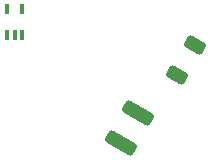
<source format=gbr>
%TF.GenerationSoftware,KiCad,Pcbnew,(6.0.8-1)-1*%
%TF.CreationDate,2022-11-30T21:50:01-05:00*%
%TF.ProjectId,Untitled,556e7469-746c-4656-942e-6b696361645f,rev?*%
%TF.SameCoordinates,Original*%
%TF.FileFunction,Paste,Bot*%
%TF.FilePolarity,Positive*%
%FSLAX46Y46*%
G04 Gerber Fmt 4.6, Leading zero omitted, Abs format (unit mm)*
G04 Created by KiCad (PCBNEW (6.0.8-1)-1) date 2022-11-30 21:50:01*
%MOMM*%
%LPD*%
G01*
G04 APERTURE LIST*
G04 Aperture macros list*
%AMRoundRect*
0 Rectangle with rounded corners*
0 $1 Rounding radius*
0 $2 $3 $4 $5 $6 $7 $8 $9 X,Y pos of 4 corners*
0 Add a 4 corners polygon primitive as box body*
4,1,4,$2,$3,$4,$5,$6,$7,$8,$9,$2,$3,0*
0 Add four circle primitives for the rounded corners*
1,1,$1+$1,$2,$3*
1,1,$1+$1,$4,$5*
1,1,$1+$1,$6,$7*
1,1,$1+$1,$8,$9*
0 Add four rect primitives between the rounded corners*
20,1,$1+$1,$2,$3,$4,$5,0*
20,1,$1+$1,$4,$5,$6,$7,0*
20,1,$1+$1,$6,$7,$8,$9,0*
20,1,$1+$1,$8,$9,$2,$3,0*%
G04 Aperture macros list end*
%ADD10RoundRect,0.087500X0.087500X0.337500X-0.087500X0.337500X-0.087500X-0.337500X0.087500X-0.337500X0*%
%ADD11RoundRect,0.250000X-0.385016X0.583133X-0.697516X0.041867X0.385016X-0.583133X0.697516X-0.041867X0*%
%ADD12RoundRect,0.250000X-0.790128X0.831458X-1.115128X0.268542X0.790128X-0.831458X1.115128X-0.268542X0*%
G04 APERTURE END LIST*
D10*
%TO.C,REF\u002A\u002A*%
X104350000Y-59100000D03*
X103700000Y-59100000D03*
X103050000Y-59100000D03*
X103050000Y-56900000D03*
X104350000Y-56900000D03*
%TD*%
D11*
%TO.C,REF\u002A\u002A*%
X118931250Y-59933438D03*
X117468750Y-62466562D03*
%TD*%
D12*
%TO.C,REF\u002A\u002A*%
X114137500Y-65722613D03*
X112662500Y-68277387D03*
%TD*%
M02*

</source>
